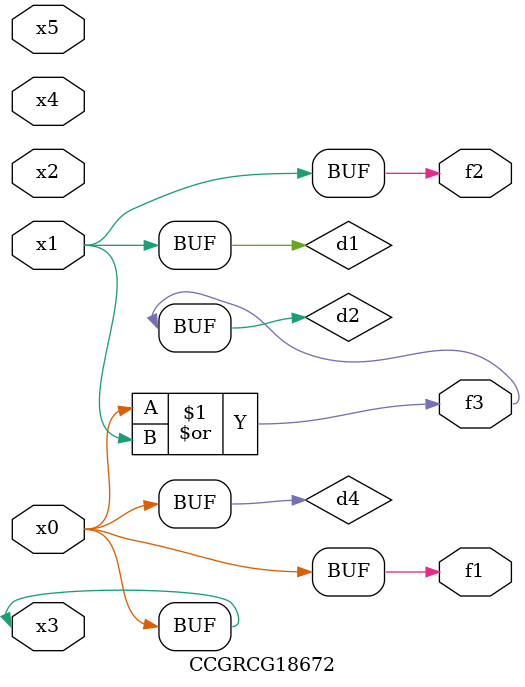
<source format=v>
module CCGRCG18672(
	input x0, x1, x2, x3, x4, x5,
	output f1, f2, f3
);

	wire d1, d2, d3, d4;

	and (d1, x1);
	or (d2, x0, x1);
	nand (d3, x0, x5);
	buf (d4, x0, x3);
	assign f1 = d4;
	assign f2 = d1;
	assign f3 = d2;
endmodule

</source>
